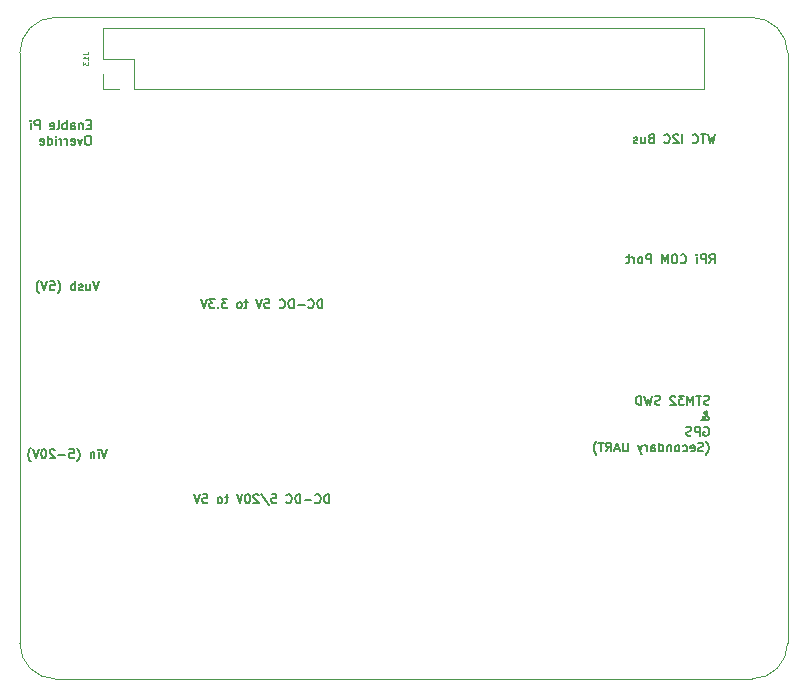
<source format=gbr>
G04 #@! TF.GenerationSoftware,KiCad,Pcbnew,(5.0.2)-1*
G04 #@! TF.CreationDate,2019-04-29T17:38:23-04:00*
G04 #@! TF.ProjectId,QPACE-DevelopmentBoard,51504143-452d-4446-9576-656c6f706d65,rev?*
G04 #@! TF.SameCoordinates,Original*
G04 #@! TF.FileFunction,Legend,Bot*
G04 #@! TF.FilePolarity,Positive*
%FSLAX46Y46*%
G04 Gerber Fmt 4.6, Leading zero omitted, Abs format (unit mm)*
G04 Created by KiCad (PCBNEW (5.0.2)-1) date 4/29/2019 5:38:23 PM*
%MOMM*%
%LPD*%
G01*
G04 APERTURE LIST*
%ADD10C,0.187500*%
%ADD11C,0.100000*%
%ADD12C,0.120000*%
%ADD13C,0.090000*%
G04 APERTURE END LIST*
D10*
X84535553Y-69902178D02*
X84285553Y-69902178D01*
X84178410Y-70295035D02*
X84535553Y-70295035D01*
X84535553Y-69545035D01*
X84178410Y-69545035D01*
X83856982Y-69795035D02*
X83856982Y-70295035D01*
X83856982Y-69866464D02*
X83821267Y-69830750D01*
X83749839Y-69795035D01*
X83642696Y-69795035D01*
X83571267Y-69830750D01*
X83535553Y-69902178D01*
X83535553Y-70295035D01*
X82856982Y-70295035D02*
X82856982Y-69902178D01*
X82892696Y-69830750D01*
X82964125Y-69795035D01*
X83106982Y-69795035D01*
X83178410Y-69830750D01*
X82856982Y-70259321D02*
X82928410Y-70295035D01*
X83106982Y-70295035D01*
X83178410Y-70259321D01*
X83214125Y-70187892D01*
X83214125Y-70116464D01*
X83178410Y-70045035D01*
X83106982Y-70009321D01*
X82928410Y-70009321D01*
X82856982Y-69973607D01*
X82499839Y-70295035D02*
X82499839Y-69545035D01*
X82499839Y-69830750D02*
X82428410Y-69795035D01*
X82285553Y-69795035D01*
X82214125Y-69830750D01*
X82178410Y-69866464D01*
X82142696Y-69937892D01*
X82142696Y-70152178D01*
X82178410Y-70223607D01*
X82214125Y-70259321D01*
X82285553Y-70295035D01*
X82428410Y-70295035D01*
X82499839Y-70259321D01*
X81714125Y-70295035D02*
X81785553Y-70259321D01*
X81821267Y-70187892D01*
X81821267Y-69545035D01*
X81142696Y-70259321D02*
X81214125Y-70295035D01*
X81356982Y-70295035D01*
X81428410Y-70259321D01*
X81464125Y-70187892D01*
X81464125Y-69902178D01*
X81428410Y-69830750D01*
X81356982Y-69795035D01*
X81214125Y-69795035D01*
X81142696Y-69830750D01*
X81106982Y-69902178D01*
X81106982Y-69973607D01*
X81464125Y-70045035D01*
X80214125Y-70295035D02*
X80214125Y-69545035D01*
X79928410Y-69545035D01*
X79856982Y-69580750D01*
X79821267Y-69616464D01*
X79785553Y-69687892D01*
X79785553Y-69795035D01*
X79821267Y-69866464D01*
X79856982Y-69902178D01*
X79928410Y-69937892D01*
X80214125Y-69937892D01*
X79464125Y-70295035D02*
X79464125Y-69795035D01*
X79464125Y-69545035D02*
X79499839Y-69580750D01*
X79464125Y-69616464D01*
X79428410Y-69580750D01*
X79464125Y-69545035D01*
X79464125Y-69616464D01*
X84392696Y-70857535D02*
X84249839Y-70857535D01*
X84178410Y-70893250D01*
X84106982Y-70964678D01*
X84071267Y-71107535D01*
X84071267Y-71357535D01*
X84106982Y-71500392D01*
X84178410Y-71571821D01*
X84249839Y-71607535D01*
X84392696Y-71607535D01*
X84464125Y-71571821D01*
X84535553Y-71500392D01*
X84571267Y-71357535D01*
X84571267Y-71107535D01*
X84535553Y-70964678D01*
X84464125Y-70893250D01*
X84392696Y-70857535D01*
X83821267Y-71107535D02*
X83642696Y-71607535D01*
X83464125Y-71107535D01*
X82892696Y-71571821D02*
X82964125Y-71607535D01*
X83106982Y-71607535D01*
X83178410Y-71571821D01*
X83214125Y-71500392D01*
X83214125Y-71214678D01*
X83178410Y-71143250D01*
X83106982Y-71107535D01*
X82964125Y-71107535D01*
X82892696Y-71143250D01*
X82856982Y-71214678D01*
X82856982Y-71286107D01*
X83214125Y-71357535D01*
X82535553Y-71607535D02*
X82535553Y-71107535D01*
X82535553Y-71250392D02*
X82499839Y-71178964D01*
X82464125Y-71143250D01*
X82392696Y-71107535D01*
X82321267Y-71107535D01*
X82071267Y-71607535D02*
X82071267Y-71107535D01*
X82071267Y-71250392D02*
X82035553Y-71178964D01*
X81999839Y-71143250D01*
X81928410Y-71107535D01*
X81856982Y-71107535D01*
X81606982Y-71607535D02*
X81606982Y-71107535D01*
X81606982Y-70857535D02*
X81642696Y-70893250D01*
X81606982Y-70928964D01*
X81571267Y-70893250D01*
X81606982Y-70857535D01*
X81606982Y-70928964D01*
X80928410Y-71607535D02*
X80928410Y-70857535D01*
X80928410Y-71571821D02*
X80999839Y-71607535D01*
X81142696Y-71607535D01*
X81214125Y-71571821D01*
X81249839Y-71536107D01*
X81285553Y-71464678D01*
X81285553Y-71250392D01*
X81249839Y-71178964D01*
X81214125Y-71143250D01*
X81142696Y-71107535D01*
X80999839Y-71107535D01*
X80928410Y-71143250D01*
X80285553Y-71571821D02*
X80356982Y-71607535D01*
X80499839Y-71607535D01*
X80571267Y-71571821D01*
X80606982Y-71500392D01*
X80606982Y-71214678D01*
X80571267Y-71143250D01*
X80499839Y-71107535D01*
X80356982Y-71107535D01*
X80285553Y-71143250D01*
X80249839Y-71214678D01*
X80249839Y-71286107D01*
X80606982Y-71357535D01*
X136895267Y-93584821D02*
X136788125Y-93620535D01*
X136609553Y-93620535D01*
X136538125Y-93584821D01*
X136502410Y-93549107D01*
X136466696Y-93477678D01*
X136466696Y-93406250D01*
X136502410Y-93334821D01*
X136538125Y-93299107D01*
X136609553Y-93263392D01*
X136752410Y-93227678D01*
X136823839Y-93191964D01*
X136859553Y-93156250D01*
X136895267Y-93084821D01*
X136895267Y-93013392D01*
X136859553Y-92941964D01*
X136823839Y-92906250D01*
X136752410Y-92870535D01*
X136573839Y-92870535D01*
X136466696Y-92906250D01*
X136252410Y-92870535D02*
X135823839Y-92870535D01*
X136038125Y-93620535D02*
X136038125Y-92870535D01*
X135573839Y-93620535D02*
X135573839Y-92870535D01*
X135323839Y-93406250D01*
X135073839Y-92870535D01*
X135073839Y-93620535D01*
X134788125Y-92870535D02*
X134323839Y-92870535D01*
X134573839Y-93156250D01*
X134466696Y-93156250D01*
X134395267Y-93191964D01*
X134359553Y-93227678D01*
X134323839Y-93299107D01*
X134323839Y-93477678D01*
X134359553Y-93549107D01*
X134395267Y-93584821D01*
X134466696Y-93620535D01*
X134680982Y-93620535D01*
X134752410Y-93584821D01*
X134788125Y-93549107D01*
X134038125Y-92941964D02*
X134002410Y-92906250D01*
X133930982Y-92870535D01*
X133752410Y-92870535D01*
X133680982Y-92906250D01*
X133645267Y-92941964D01*
X133609553Y-93013392D01*
X133609553Y-93084821D01*
X133645267Y-93191964D01*
X134073839Y-93620535D01*
X133609553Y-93620535D01*
X132752410Y-93584821D02*
X132645267Y-93620535D01*
X132466696Y-93620535D01*
X132395267Y-93584821D01*
X132359553Y-93549107D01*
X132323839Y-93477678D01*
X132323839Y-93406250D01*
X132359553Y-93334821D01*
X132395267Y-93299107D01*
X132466696Y-93263392D01*
X132609553Y-93227678D01*
X132680982Y-93191964D01*
X132716696Y-93156250D01*
X132752410Y-93084821D01*
X132752410Y-93013392D01*
X132716696Y-92941964D01*
X132680982Y-92906250D01*
X132609553Y-92870535D01*
X132430982Y-92870535D01*
X132323839Y-92906250D01*
X132073839Y-92870535D02*
X131895267Y-93620535D01*
X131752410Y-93084821D01*
X131609553Y-93620535D01*
X131430982Y-92870535D01*
X131145267Y-93620535D02*
X131145267Y-92870535D01*
X130966696Y-92870535D01*
X130859553Y-92906250D01*
X130788125Y-92977678D01*
X130752410Y-93049107D01*
X130716696Y-93191964D01*
X130716696Y-93299107D01*
X130752410Y-93441964D01*
X130788125Y-93513392D01*
X130859553Y-93584821D01*
X130966696Y-93620535D01*
X131145267Y-93620535D01*
X136252410Y-94933035D02*
X136288125Y-94933035D01*
X136359553Y-94897321D01*
X136466696Y-94790178D01*
X136645267Y-94575892D01*
X136716696Y-94468750D01*
X136752410Y-94361607D01*
X136752410Y-94290178D01*
X136716696Y-94218750D01*
X136645267Y-94183035D01*
X136609553Y-94183035D01*
X136538125Y-94218750D01*
X136502410Y-94290178D01*
X136502410Y-94325892D01*
X136538125Y-94397321D01*
X136573839Y-94433035D01*
X136788125Y-94575892D01*
X136823839Y-94611607D01*
X136859553Y-94683035D01*
X136859553Y-94790178D01*
X136823839Y-94861607D01*
X136788125Y-94897321D01*
X136716696Y-94933035D01*
X136609553Y-94933035D01*
X136538125Y-94897321D01*
X136502410Y-94861607D01*
X136395267Y-94718750D01*
X136359553Y-94611607D01*
X136359553Y-94540178D01*
X136466696Y-95531250D02*
X136538125Y-95495535D01*
X136645267Y-95495535D01*
X136752410Y-95531250D01*
X136823839Y-95602678D01*
X136859553Y-95674107D01*
X136895267Y-95816964D01*
X136895267Y-95924107D01*
X136859553Y-96066964D01*
X136823839Y-96138392D01*
X136752410Y-96209821D01*
X136645267Y-96245535D01*
X136573839Y-96245535D01*
X136466696Y-96209821D01*
X136430982Y-96174107D01*
X136430982Y-95924107D01*
X136573839Y-95924107D01*
X136109553Y-96245535D02*
X136109553Y-95495535D01*
X135823839Y-95495535D01*
X135752410Y-95531250D01*
X135716696Y-95566964D01*
X135680982Y-95638392D01*
X135680982Y-95745535D01*
X135716696Y-95816964D01*
X135752410Y-95852678D01*
X135823839Y-95888392D01*
X136109553Y-95888392D01*
X135395267Y-96209821D02*
X135288125Y-96245535D01*
X135109553Y-96245535D01*
X135038125Y-96209821D01*
X135002410Y-96174107D01*
X134966696Y-96102678D01*
X134966696Y-96031250D01*
X135002410Y-95959821D01*
X135038125Y-95924107D01*
X135109553Y-95888392D01*
X135252410Y-95852678D01*
X135323839Y-95816964D01*
X135359553Y-95781250D01*
X135395267Y-95709821D01*
X135395267Y-95638392D01*
X135359553Y-95566964D01*
X135323839Y-95531250D01*
X135252410Y-95495535D01*
X135073839Y-95495535D01*
X134966696Y-95531250D01*
X136645267Y-97843750D02*
X136680982Y-97808035D01*
X136752410Y-97700892D01*
X136788125Y-97629464D01*
X136823839Y-97522321D01*
X136859553Y-97343750D01*
X136859553Y-97200892D01*
X136823839Y-97022321D01*
X136788125Y-96915178D01*
X136752410Y-96843750D01*
X136680982Y-96736607D01*
X136645267Y-96700892D01*
X136395267Y-97522321D02*
X136288125Y-97558035D01*
X136109553Y-97558035D01*
X136038125Y-97522321D01*
X136002410Y-97486607D01*
X135966696Y-97415178D01*
X135966696Y-97343750D01*
X136002410Y-97272321D01*
X136038125Y-97236607D01*
X136109553Y-97200892D01*
X136252410Y-97165178D01*
X136323839Y-97129464D01*
X136359553Y-97093750D01*
X136395267Y-97022321D01*
X136395267Y-96950892D01*
X136359553Y-96879464D01*
X136323839Y-96843750D01*
X136252410Y-96808035D01*
X136073839Y-96808035D01*
X135966696Y-96843750D01*
X135359553Y-97522321D02*
X135430982Y-97558035D01*
X135573839Y-97558035D01*
X135645267Y-97522321D01*
X135680982Y-97450892D01*
X135680982Y-97165178D01*
X135645267Y-97093750D01*
X135573839Y-97058035D01*
X135430982Y-97058035D01*
X135359553Y-97093750D01*
X135323839Y-97165178D01*
X135323839Y-97236607D01*
X135680982Y-97308035D01*
X134680982Y-97522321D02*
X134752410Y-97558035D01*
X134895267Y-97558035D01*
X134966696Y-97522321D01*
X135002410Y-97486607D01*
X135038125Y-97415178D01*
X135038125Y-97200892D01*
X135002410Y-97129464D01*
X134966696Y-97093750D01*
X134895267Y-97058035D01*
X134752410Y-97058035D01*
X134680982Y-97093750D01*
X134252410Y-97558035D02*
X134323839Y-97522321D01*
X134359553Y-97486607D01*
X134395267Y-97415178D01*
X134395267Y-97200892D01*
X134359553Y-97129464D01*
X134323839Y-97093750D01*
X134252410Y-97058035D01*
X134145267Y-97058035D01*
X134073839Y-97093750D01*
X134038125Y-97129464D01*
X134002410Y-97200892D01*
X134002410Y-97415178D01*
X134038125Y-97486607D01*
X134073839Y-97522321D01*
X134145267Y-97558035D01*
X134252410Y-97558035D01*
X133680982Y-97058035D02*
X133680982Y-97558035D01*
X133680982Y-97129464D02*
X133645267Y-97093750D01*
X133573839Y-97058035D01*
X133466696Y-97058035D01*
X133395267Y-97093750D01*
X133359553Y-97165178D01*
X133359553Y-97558035D01*
X132680982Y-97558035D02*
X132680982Y-96808035D01*
X132680982Y-97522321D02*
X132752410Y-97558035D01*
X132895267Y-97558035D01*
X132966696Y-97522321D01*
X133002410Y-97486607D01*
X133038125Y-97415178D01*
X133038125Y-97200892D01*
X133002410Y-97129464D01*
X132966696Y-97093750D01*
X132895267Y-97058035D01*
X132752410Y-97058035D01*
X132680982Y-97093750D01*
X132002410Y-97558035D02*
X132002410Y-97165178D01*
X132038125Y-97093750D01*
X132109553Y-97058035D01*
X132252410Y-97058035D01*
X132323839Y-97093750D01*
X132002410Y-97522321D02*
X132073839Y-97558035D01*
X132252410Y-97558035D01*
X132323839Y-97522321D01*
X132359553Y-97450892D01*
X132359553Y-97379464D01*
X132323839Y-97308035D01*
X132252410Y-97272321D01*
X132073839Y-97272321D01*
X132002410Y-97236607D01*
X131645267Y-97558035D02*
X131645267Y-97058035D01*
X131645267Y-97200892D02*
X131609553Y-97129464D01*
X131573839Y-97093750D01*
X131502410Y-97058035D01*
X131430982Y-97058035D01*
X131252410Y-97058035D02*
X131073839Y-97558035D01*
X130895267Y-97058035D02*
X131073839Y-97558035D01*
X131145267Y-97736607D01*
X131180982Y-97772321D01*
X131252410Y-97808035D01*
X130038125Y-96808035D02*
X130038125Y-97415178D01*
X130002410Y-97486607D01*
X129966696Y-97522321D01*
X129895267Y-97558035D01*
X129752410Y-97558035D01*
X129680982Y-97522321D01*
X129645267Y-97486607D01*
X129609553Y-97415178D01*
X129609553Y-96808035D01*
X129288125Y-97343750D02*
X128930982Y-97343750D01*
X129359553Y-97558035D02*
X129109553Y-96808035D01*
X128859553Y-97558035D01*
X128180982Y-97558035D02*
X128430982Y-97200892D01*
X128609553Y-97558035D02*
X128609553Y-96808035D01*
X128323839Y-96808035D01*
X128252410Y-96843750D01*
X128216696Y-96879464D01*
X128180982Y-96950892D01*
X128180982Y-97058035D01*
X128216696Y-97129464D01*
X128252410Y-97165178D01*
X128323839Y-97200892D01*
X128609553Y-97200892D01*
X127966696Y-96808035D02*
X127538125Y-96808035D01*
X127752410Y-97558035D02*
X127752410Y-96808035D01*
X127359553Y-97843750D02*
X127323839Y-97808035D01*
X127252410Y-97700892D01*
X127216696Y-97629464D01*
X127180982Y-97522321D01*
X127145267Y-97343750D01*
X127145267Y-97200892D01*
X127180982Y-97022321D01*
X127216696Y-96915178D01*
X127252410Y-96843750D01*
X127323839Y-96736607D01*
X127359553Y-96700892D01*
X136938982Y-81619285D02*
X137188982Y-81262142D01*
X137367553Y-81619285D02*
X137367553Y-80869285D01*
X137081839Y-80869285D01*
X137010410Y-80905000D01*
X136974696Y-80940714D01*
X136938982Y-81012142D01*
X136938982Y-81119285D01*
X136974696Y-81190714D01*
X137010410Y-81226428D01*
X137081839Y-81262142D01*
X137367553Y-81262142D01*
X136617553Y-81619285D02*
X136617553Y-80869285D01*
X136331839Y-80869285D01*
X136260410Y-80905000D01*
X136224696Y-80940714D01*
X136188982Y-81012142D01*
X136188982Y-81119285D01*
X136224696Y-81190714D01*
X136260410Y-81226428D01*
X136331839Y-81262142D01*
X136617553Y-81262142D01*
X135867553Y-81619285D02*
X135867553Y-81119285D01*
X135867553Y-80869285D02*
X135903267Y-80905000D01*
X135867553Y-80940714D01*
X135831839Y-80905000D01*
X135867553Y-80869285D01*
X135867553Y-80940714D01*
X134510410Y-81547857D02*
X134546125Y-81583571D01*
X134653267Y-81619285D01*
X134724696Y-81619285D01*
X134831839Y-81583571D01*
X134903267Y-81512142D01*
X134938982Y-81440714D01*
X134974696Y-81297857D01*
X134974696Y-81190714D01*
X134938982Y-81047857D01*
X134903267Y-80976428D01*
X134831839Y-80905000D01*
X134724696Y-80869285D01*
X134653267Y-80869285D01*
X134546125Y-80905000D01*
X134510410Y-80940714D01*
X134046125Y-80869285D02*
X133903267Y-80869285D01*
X133831839Y-80905000D01*
X133760410Y-80976428D01*
X133724696Y-81119285D01*
X133724696Y-81369285D01*
X133760410Y-81512142D01*
X133831839Y-81583571D01*
X133903267Y-81619285D01*
X134046125Y-81619285D01*
X134117553Y-81583571D01*
X134188982Y-81512142D01*
X134224696Y-81369285D01*
X134224696Y-81119285D01*
X134188982Y-80976428D01*
X134117553Y-80905000D01*
X134046125Y-80869285D01*
X133403267Y-81619285D02*
X133403267Y-80869285D01*
X133153267Y-81405000D01*
X132903267Y-80869285D01*
X132903267Y-81619285D01*
X131974696Y-81619285D02*
X131974696Y-80869285D01*
X131688982Y-80869285D01*
X131617553Y-80905000D01*
X131581839Y-80940714D01*
X131546125Y-81012142D01*
X131546125Y-81119285D01*
X131581839Y-81190714D01*
X131617553Y-81226428D01*
X131688982Y-81262142D01*
X131974696Y-81262142D01*
X131117553Y-81619285D02*
X131188982Y-81583571D01*
X131224696Y-81547857D01*
X131260410Y-81476428D01*
X131260410Y-81262142D01*
X131224696Y-81190714D01*
X131188982Y-81155000D01*
X131117553Y-81119285D01*
X131010410Y-81119285D01*
X130938982Y-81155000D01*
X130903267Y-81190714D01*
X130867553Y-81262142D01*
X130867553Y-81476428D01*
X130903267Y-81547857D01*
X130938982Y-81583571D01*
X131010410Y-81619285D01*
X131117553Y-81619285D01*
X130546125Y-81619285D02*
X130546125Y-81119285D01*
X130546125Y-81262142D02*
X130510410Y-81190714D01*
X130474696Y-81155000D01*
X130403267Y-81119285D01*
X130331839Y-81119285D01*
X130188982Y-81119285D02*
X129903267Y-81119285D01*
X130081839Y-80869285D02*
X130081839Y-81512142D01*
X130046125Y-81583571D01*
X129974696Y-81619285D01*
X129903267Y-81619285D01*
X137438982Y-70709285D02*
X137260410Y-71459285D01*
X137117553Y-70923571D01*
X136974696Y-71459285D01*
X136796125Y-70709285D01*
X136617553Y-70709285D02*
X136188982Y-70709285D01*
X136403267Y-71459285D02*
X136403267Y-70709285D01*
X135510410Y-71387857D02*
X135546125Y-71423571D01*
X135653267Y-71459285D01*
X135724696Y-71459285D01*
X135831839Y-71423571D01*
X135903267Y-71352142D01*
X135938982Y-71280714D01*
X135974696Y-71137857D01*
X135974696Y-71030714D01*
X135938982Y-70887857D01*
X135903267Y-70816428D01*
X135831839Y-70745000D01*
X135724696Y-70709285D01*
X135653267Y-70709285D01*
X135546125Y-70745000D01*
X135510410Y-70780714D01*
X134617553Y-71459285D02*
X134617553Y-70709285D01*
X134296125Y-70780714D02*
X134260410Y-70745000D01*
X134188982Y-70709285D01*
X134010410Y-70709285D01*
X133938982Y-70745000D01*
X133903267Y-70780714D01*
X133867553Y-70852142D01*
X133867553Y-70923571D01*
X133903267Y-71030714D01*
X134331839Y-71459285D01*
X133867553Y-71459285D01*
X133117553Y-71387857D02*
X133153267Y-71423571D01*
X133260410Y-71459285D01*
X133331839Y-71459285D01*
X133438982Y-71423571D01*
X133510410Y-71352142D01*
X133546125Y-71280714D01*
X133581839Y-71137857D01*
X133581839Y-71030714D01*
X133546125Y-70887857D01*
X133510410Y-70816428D01*
X133438982Y-70745000D01*
X133331839Y-70709285D01*
X133260410Y-70709285D01*
X133153267Y-70745000D01*
X133117553Y-70780714D01*
X131974696Y-71066428D02*
X131867553Y-71102142D01*
X131831839Y-71137857D01*
X131796125Y-71209285D01*
X131796125Y-71316428D01*
X131831839Y-71387857D01*
X131867553Y-71423571D01*
X131938982Y-71459285D01*
X132224696Y-71459285D01*
X132224696Y-70709285D01*
X131974696Y-70709285D01*
X131903267Y-70745000D01*
X131867553Y-70780714D01*
X131831839Y-70852142D01*
X131831839Y-70923571D01*
X131867553Y-70995000D01*
X131903267Y-71030714D01*
X131974696Y-71066428D01*
X132224696Y-71066428D01*
X131153267Y-70959285D02*
X131153267Y-71459285D01*
X131474696Y-70959285D02*
X131474696Y-71352142D01*
X131438982Y-71423571D01*
X131367553Y-71459285D01*
X131260410Y-71459285D01*
X131188982Y-71423571D01*
X131153267Y-71387857D01*
X130831839Y-71423571D02*
X130760410Y-71459285D01*
X130617553Y-71459285D01*
X130546125Y-71423571D01*
X130510410Y-71352142D01*
X130510410Y-71316428D01*
X130546125Y-71245000D01*
X130617553Y-71209285D01*
X130724696Y-71209285D01*
X130796125Y-71173571D01*
X130831839Y-71102142D01*
X130831839Y-71066428D01*
X130796125Y-70995000D01*
X130724696Y-70959285D01*
X130617553Y-70959285D01*
X130546125Y-70995000D01*
X104720714Y-101939285D02*
X104720714Y-101189285D01*
X104542142Y-101189285D01*
X104435000Y-101225000D01*
X104363571Y-101296428D01*
X104327857Y-101367857D01*
X104292142Y-101510714D01*
X104292142Y-101617857D01*
X104327857Y-101760714D01*
X104363571Y-101832142D01*
X104435000Y-101903571D01*
X104542142Y-101939285D01*
X104720714Y-101939285D01*
X103542142Y-101867857D02*
X103577857Y-101903571D01*
X103685000Y-101939285D01*
X103756428Y-101939285D01*
X103863571Y-101903571D01*
X103935000Y-101832142D01*
X103970714Y-101760714D01*
X104006428Y-101617857D01*
X104006428Y-101510714D01*
X103970714Y-101367857D01*
X103935000Y-101296428D01*
X103863571Y-101225000D01*
X103756428Y-101189285D01*
X103685000Y-101189285D01*
X103577857Y-101225000D01*
X103542142Y-101260714D01*
X103220714Y-101653571D02*
X102649285Y-101653571D01*
X102292142Y-101939285D02*
X102292142Y-101189285D01*
X102113571Y-101189285D01*
X102006428Y-101225000D01*
X101935000Y-101296428D01*
X101899285Y-101367857D01*
X101863571Y-101510714D01*
X101863571Y-101617857D01*
X101899285Y-101760714D01*
X101935000Y-101832142D01*
X102006428Y-101903571D01*
X102113571Y-101939285D01*
X102292142Y-101939285D01*
X101113571Y-101867857D02*
X101149285Y-101903571D01*
X101256428Y-101939285D01*
X101327857Y-101939285D01*
X101435000Y-101903571D01*
X101506428Y-101832142D01*
X101542142Y-101760714D01*
X101577857Y-101617857D01*
X101577857Y-101510714D01*
X101542142Y-101367857D01*
X101506428Y-101296428D01*
X101435000Y-101225000D01*
X101327857Y-101189285D01*
X101256428Y-101189285D01*
X101149285Y-101225000D01*
X101113571Y-101260714D01*
X99863571Y-101189285D02*
X100220714Y-101189285D01*
X100256428Y-101546428D01*
X100220714Y-101510714D01*
X100149285Y-101475000D01*
X99970714Y-101475000D01*
X99899285Y-101510714D01*
X99863571Y-101546428D01*
X99827857Y-101617857D01*
X99827857Y-101796428D01*
X99863571Y-101867857D01*
X99899285Y-101903571D01*
X99970714Y-101939285D01*
X100149285Y-101939285D01*
X100220714Y-101903571D01*
X100256428Y-101867857D01*
X98970714Y-101153571D02*
X99613571Y-102117857D01*
X98756428Y-101260714D02*
X98720714Y-101225000D01*
X98649285Y-101189285D01*
X98470714Y-101189285D01*
X98399285Y-101225000D01*
X98363571Y-101260714D01*
X98327857Y-101332142D01*
X98327857Y-101403571D01*
X98363571Y-101510714D01*
X98792142Y-101939285D01*
X98327857Y-101939285D01*
X97863571Y-101189285D02*
X97792142Y-101189285D01*
X97720714Y-101225000D01*
X97685000Y-101260714D01*
X97649285Y-101332142D01*
X97613571Y-101475000D01*
X97613571Y-101653571D01*
X97649285Y-101796428D01*
X97685000Y-101867857D01*
X97720714Y-101903571D01*
X97792142Y-101939285D01*
X97863571Y-101939285D01*
X97935000Y-101903571D01*
X97970714Y-101867857D01*
X98006428Y-101796428D01*
X98042142Y-101653571D01*
X98042142Y-101475000D01*
X98006428Y-101332142D01*
X97970714Y-101260714D01*
X97935000Y-101225000D01*
X97863571Y-101189285D01*
X97399285Y-101189285D02*
X97149285Y-101939285D01*
X96899285Y-101189285D01*
X96185000Y-101439285D02*
X95899285Y-101439285D01*
X96077857Y-101189285D02*
X96077857Y-101832142D01*
X96042142Y-101903571D01*
X95970714Y-101939285D01*
X95899285Y-101939285D01*
X95542142Y-101939285D02*
X95613571Y-101903571D01*
X95649285Y-101867857D01*
X95685000Y-101796428D01*
X95685000Y-101582142D01*
X95649285Y-101510714D01*
X95613571Y-101475000D01*
X95542142Y-101439285D01*
X95435000Y-101439285D01*
X95363571Y-101475000D01*
X95327857Y-101510714D01*
X95292142Y-101582142D01*
X95292142Y-101796428D01*
X95327857Y-101867857D01*
X95363571Y-101903571D01*
X95435000Y-101939285D01*
X95542142Y-101939285D01*
X94042142Y-101189285D02*
X94399285Y-101189285D01*
X94435000Y-101546428D01*
X94399285Y-101510714D01*
X94327857Y-101475000D01*
X94149285Y-101475000D01*
X94077857Y-101510714D01*
X94042142Y-101546428D01*
X94006428Y-101617857D01*
X94006428Y-101796428D01*
X94042142Y-101867857D01*
X94077857Y-101903571D01*
X94149285Y-101939285D01*
X94327857Y-101939285D01*
X94399285Y-101903571D01*
X94435000Y-101867857D01*
X93792142Y-101189285D02*
X93542142Y-101939285D01*
X93292142Y-101189285D01*
X104149285Y-85429285D02*
X104149285Y-84679285D01*
X103970714Y-84679285D01*
X103863571Y-84715000D01*
X103792142Y-84786428D01*
X103756428Y-84857857D01*
X103720714Y-85000714D01*
X103720714Y-85107857D01*
X103756428Y-85250714D01*
X103792142Y-85322142D01*
X103863571Y-85393571D01*
X103970714Y-85429285D01*
X104149285Y-85429285D01*
X102970714Y-85357857D02*
X103006428Y-85393571D01*
X103113571Y-85429285D01*
X103185000Y-85429285D01*
X103292142Y-85393571D01*
X103363571Y-85322142D01*
X103399285Y-85250714D01*
X103435000Y-85107857D01*
X103435000Y-85000714D01*
X103399285Y-84857857D01*
X103363571Y-84786428D01*
X103292142Y-84715000D01*
X103185000Y-84679285D01*
X103113571Y-84679285D01*
X103006428Y-84715000D01*
X102970714Y-84750714D01*
X102649285Y-85143571D02*
X102077857Y-85143571D01*
X101720714Y-85429285D02*
X101720714Y-84679285D01*
X101542142Y-84679285D01*
X101435000Y-84715000D01*
X101363571Y-84786428D01*
X101327857Y-84857857D01*
X101292142Y-85000714D01*
X101292142Y-85107857D01*
X101327857Y-85250714D01*
X101363571Y-85322142D01*
X101435000Y-85393571D01*
X101542142Y-85429285D01*
X101720714Y-85429285D01*
X100542142Y-85357857D02*
X100577857Y-85393571D01*
X100685000Y-85429285D01*
X100756428Y-85429285D01*
X100863571Y-85393571D01*
X100935000Y-85322142D01*
X100970714Y-85250714D01*
X101006428Y-85107857D01*
X101006428Y-85000714D01*
X100970714Y-84857857D01*
X100935000Y-84786428D01*
X100863571Y-84715000D01*
X100756428Y-84679285D01*
X100685000Y-84679285D01*
X100577857Y-84715000D01*
X100542142Y-84750714D01*
X99292142Y-84679285D02*
X99649285Y-84679285D01*
X99685000Y-85036428D01*
X99649285Y-85000714D01*
X99577857Y-84965000D01*
X99399285Y-84965000D01*
X99327857Y-85000714D01*
X99292142Y-85036428D01*
X99256428Y-85107857D01*
X99256428Y-85286428D01*
X99292142Y-85357857D01*
X99327857Y-85393571D01*
X99399285Y-85429285D01*
X99577857Y-85429285D01*
X99649285Y-85393571D01*
X99685000Y-85357857D01*
X99042142Y-84679285D02*
X98792142Y-85429285D01*
X98542142Y-84679285D01*
X97827857Y-84929285D02*
X97542142Y-84929285D01*
X97720714Y-84679285D02*
X97720714Y-85322142D01*
X97685000Y-85393571D01*
X97613571Y-85429285D01*
X97542142Y-85429285D01*
X97185000Y-85429285D02*
X97256428Y-85393571D01*
X97292142Y-85357857D01*
X97327857Y-85286428D01*
X97327857Y-85072142D01*
X97292142Y-85000714D01*
X97256428Y-84965000D01*
X97185000Y-84929285D01*
X97077857Y-84929285D01*
X97006428Y-84965000D01*
X96970714Y-85000714D01*
X96935000Y-85072142D01*
X96935000Y-85286428D01*
X96970714Y-85357857D01*
X97006428Y-85393571D01*
X97077857Y-85429285D01*
X97185000Y-85429285D01*
X96113571Y-84679285D02*
X95649285Y-84679285D01*
X95899285Y-84965000D01*
X95792142Y-84965000D01*
X95720714Y-85000714D01*
X95685000Y-85036428D01*
X95649285Y-85107857D01*
X95649285Y-85286428D01*
X95685000Y-85357857D01*
X95720714Y-85393571D01*
X95792142Y-85429285D01*
X96006428Y-85429285D01*
X96077857Y-85393571D01*
X96113571Y-85357857D01*
X95327857Y-85357857D02*
X95292142Y-85393571D01*
X95327857Y-85429285D01*
X95363571Y-85393571D01*
X95327857Y-85357857D01*
X95327857Y-85429285D01*
X95042142Y-84679285D02*
X94577857Y-84679285D01*
X94827857Y-84965000D01*
X94720714Y-84965000D01*
X94649285Y-85000714D01*
X94613571Y-85036428D01*
X94577857Y-85107857D01*
X94577857Y-85286428D01*
X94613571Y-85357857D01*
X94649285Y-85393571D01*
X94720714Y-85429285D01*
X94935000Y-85429285D01*
X95006428Y-85393571D01*
X95042142Y-85357857D01*
X94363571Y-84679285D02*
X94113571Y-85429285D01*
X93863571Y-84679285D01*
X85246428Y-83155285D02*
X84996428Y-83905285D01*
X84746428Y-83155285D01*
X84175000Y-83405285D02*
X84175000Y-83905285D01*
X84496428Y-83405285D02*
X84496428Y-83798142D01*
X84460714Y-83869571D01*
X84389285Y-83905285D01*
X84282142Y-83905285D01*
X84210714Y-83869571D01*
X84175000Y-83833857D01*
X83853571Y-83869571D02*
X83782142Y-83905285D01*
X83639285Y-83905285D01*
X83567857Y-83869571D01*
X83532142Y-83798142D01*
X83532142Y-83762428D01*
X83567857Y-83691000D01*
X83639285Y-83655285D01*
X83746428Y-83655285D01*
X83817857Y-83619571D01*
X83853571Y-83548142D01*
X83853571Y-83512428D01*
X83817857Y-83441000D01*
X83746428Y-83405285D01*
X83639285Y-83405285D01*
X83567857Y-83441000D01*
X83210714Y-83905285D02*
X83210714Y-83155285D01*
X83210714Y-83441000D02*
X83139285Y-83405285D01*
X82996428Y-83405285D01*
X82925000Y-83441000D01*
X82889285Y-83476714D01*
X82853571Y-83548142D01*
X82853571Y-83762428D01*
X82889285Y-83833857D01*
X82925000Y-83869571D01*
X82996428Y-83905285D01*
X83139285Y-83905285D01*
X83210714Y-83869571D01*
X81746428Y-84191000D02*
X81782142Y-84155285D01*
X81853571Y-84048142D01*
X81889285Y-83976714D01*
X81925000Y-83869571D01*
X81960714Y-83691000D01*
X81960714Y-83548142D01*
X81925000Y-83369571D01*
X81889285Y-83262428D01*
X81853571Y-83191000D01*
X81782142Y-83083857D01*
X81746428Y-83048142D01*
X81103571Y-83155285D02*
X81460714Y-83155285D01*
X81496428Y-83512428D01*
X81460714Y-83476714D01*
X81389285Y-83441000D01*
X81210714Y-83441000D01*
X81139285Y-83476714D01*
X81103571Y-83512428D01*
X81067857Y-83583857D01*
X81067857Y-83762428D01*
X81103571Y-83833857D01*
X81139285Y-83869571D01*
X81210714Y-83905285D01*
X81389285Y-83905285D01*
X81460714Y-83869571D01*
X81496428Y-83833857D01*
X80853571Y-83155285D02*
X80603571Y-83905285D01*
X80353571Y-83155285D01*
X80175000Y-84191000D02*
X80139285Y-84155285D01*
X80067857Y-84048142D01*
X80032142Y-83976714D01*
X79996428Y-83869571D01*
X79960714Y-83691000D01*
X79960714Y-83548142D01*
X79996428Y-83369571D01*
X80032142Y-83262428D01*
X80067857Y-83191000D01*
X80139285Y-83083857D01*
X80175000Y-83048142D01*
X85960714Y-97379285D02*
X85710714Y-98129285D01*
X85460714Y-97379285D01*
X85210714Y-98129285D02*
X85210714Y-97629285D01*
X85210714Y-97379285D02*
X85246428Y-97415000D01*
X85210714Y-97450714D01*
X85175000Y-97415000D01*
X85210714Y-97379285D01*
X85210714Y-97450714D01*
X84853571Y-97629285D02*
X84853571Y-98129285D01*
X84853571Y-97700714D02*
X84817857Y-97665000D01*
X84746428Y-97629285D01*
X84639285Y-97629285D01*
X84567857Y-97665000D01*
X84532142Y-97736428D01*
X84532142Y-98129285D01*
X83389285Y-98415000D02*
X83425000Y-98379285D01*
X83496428Y-98272142D01*
X83532142Y-98200714D01*
X83567857Y-98093571D01*
X83603571Y-97915000D01*
X83603571Y-97772142D01*
X83567857Y-97593571D01*
X83532142Y-97486428D01*
X83496428Y-97415000D01*
X83425000Y-97307857D01*
X83389285Y-97272142D01*
X82746428Y-97379285D02*
X83103571Y-97379285D01*
X83139285Y-97736428D01*
X83103571Y-97700714D01*
X83032142Y-97665000D01*
X82853571Y-97665000D01*
X82782142Y-97700714D01*
X82746428Y-97736428D01*
X82710714Y-97807857D01*
X82710714Y-97986428D01*
X82746428Y-98057857D01*
X82782142Y-98093571D01*
X82853571Y-98129285D01*
X83032142Y-98129285D01*
X83103571Y-98093571D01*
X83139285Y-98057857D01*
X82389285Y-97843571D02*
X81817857Y-97843571D01*
X81496428Y-97450714D02*
X81460714Y-97415000D01*
X81389285Y-97379285D01*
X81210714Y-97379285D01*
X81139285Y-97415000D01*
X81103571Y-97450714D01*
X81067857Y-97522142D01*
X81067857Y-97593571D01*
X81103571Y-97700714D01*
X81532142Y-98129285D01*
X81067857Y-98129285D01*
X80603571Y-97379285D02*
X80532142Y-97379285D01*
X80460714Y-97415000D01*
X80425000Y-97450714D01*
X80389285Y-97522142D01*
X80353571Y-97665000D01*
X80353571Y-97843571D01*
X80389285Y-97986428D01*
X80425000Y-98057857D01*
X80460714Y-98093571D01*
X80532142Y-98129285D01*
X80603571Y-98129285D01*
X80675000Y-98093571D01*
X80710714Y-98057857D01*
X80746428Y-97986428D01*
X80782142Y-97843571D01*
X80782142Y-97665000D01*
X80746428Y-97522142D01*
X80710714Y-97450714D01*
X80675000Y-97415000D01*
X80603571Y-97379285D01*
X80139285Y-97379285D02*
X79889285Y-98129285D01*
X79639285Y-97379285D01*
X79460714Y-98415000D02*
X79425000Y-98379285D01*
X79353571Y-98272142D01*
X79317857Y-98200714D01*
X79282142Y-98093571D01*
X79246428Y-97915000D01*
X79246428Y-97772142D01*
X79282142Y-97593571D01*
X79317857Y-97486428D01*
X79353571Y-97415000D01*
X79425000Y-97307857D01*
X79460714Y-97272142D01*
D11*
X78546356Y-63817611D02*
X78546356Y-113817611D01*
X78546356Y-63817611D02*
G75*
G02X81546356Y-60817611I3000000J0D01*
G01*
X140546356Y-60817611D02*
X81546356Y-60817611D01*
X140546356Y-60817611D02*
G75*
G02X143546356Y-63817611I0J-3000000D01*
G01*
X143546356Y-113817611D02*
X143546356Y-63817611D01*
X81546356Y-116817611D02*
G75*
G02X78546356Y-113817611I0J3000000D01*
G01*
X81546356Y-116817611D02*
X140546356Y-116817611D01*
X143546351Y-113822847D02*
G75*
G02X140546356Y-116817611I-2999995J5236D01*
G01*
D12*
G04 #@! TO.C,J13*
X85590000Y-61720000D02*
X85590000Y-64320000D01*
X85590000Y-61720000D02*
X136510000Y-61720000D01*
X136510000Y-61720000D02*
X136510000Y-66920000D01*
X88190000Y-66920000D02*
X136510000Y-66920000D01*
X88190000Y-64320000D02*
X88190000Y-66920000D01*
X85590000Y-64320000D02*
X88190000Y-64320000D01*
X85590000Y-66920000D02*
X86920000Y-66920000D01*
X85590000Y-65590000D02*
X85590000Y-66920000D01*
G04 #@! TD*
G04 #@! TO.C,J13*
D13*
X83903571Y-63955714D02*
X84225000Y-63955714D01*
X84289285Y-63934285D01*
X84332142Y-63891428D01*
X84353571Y-63827142D01*
X84353571Y-63784285D01*
X84353571Y-64405714D02*
X84353571Y-64148571D01*
X84353571Y-64277142D02*
X83903571Y-64277142D01*
X83967857Y-64234285D01*
X84010714Y-64191428D01*
X84032142Y-64148571D01*
X83903571Y-64555714D02*
X83903571Y-64834285D01*
X84075000Y-64684285D01*
X84075000Y-64748571D01*
X84096428Y-64791428D01*
X84117857Y-64812857D01*
X84160714Y-64834285D01*
X84267857Y-64834285D01*
X84310714Y-64812857D01*
X84332142Y-64791428D01*
X84353571Y-64748571D01*
X84353571Y-64620000D01*
X84332142Y-64577142D01*
X84310714Y-64555714D01*
G04 #@! TD*
M02*

</source>
